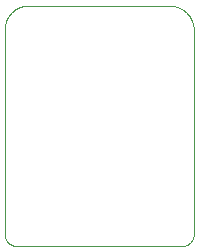
<source format=gko>
G75*
%MOIN*%
%OFA0B0*%
%FSLAX25Y25*%
%IPPOS*%
%LPD*%
%AMOC8*
5,1,8,0,0,1.08239X$1,22.5*
%
%ADD10C,0.00000*%
D10*
X0166472Y0050921D02*
X0166472Y0119228D01*
X0166474Y0119418D01*
X0166481Y0119608D01*
X0166493Y0119798D01*
X0166509Y0119988D01*
X0166529Y0120177D01*
X0166555Y0120366D01*
X0166584Y0120554D01*
X0166619Y0120741D01*
X0166658Y0120927D01*
X0166701Y0121112D01*
X0166749Y0121297D01*
X0166801Y0121480D01*
X0166857Y0121661D01*
X0166918Y0121841D01*
X0166984Y0122020D01*
X0167053Y0122197D01*
X0167127Y0122373D01*
X0167205Y0122546D01*
X0167288Y0122718D01*
X0167374Y0122887D01*
X0167464Y0123055D01*
X0167559Y0123220D01*
X0167657Y0123383D01*
X0167760Y0123543D01*
X0167866Y0123701D01*
X0167976Y0123856D01*
X0168089Y0124009D01*
X0168207Y0124159D01*
X0168328Y0124305D01*
X0168452Y0124449D01*
X0168580Y0124590D01*
X0168711Y0124728D01*
X0168846Y0124863D01*
X0168984Y0124994D01*
X0169125Y0125122D01*
X0169269Y0125246D01*
X0169415Y0125367D01*
X0169565Y0125485D01*
X0169718Y0125598D01*
X0169873Y0125708D01*
X0170031Y0125814D01*
X0170191Y0125917D01*
X0170354Y0126015D01*
X0170519Y0126110D01*
X0170687Y0126200D01*
X0170856Y0126286D01*
X0171028Y0126369D01*
X0171201Y0126447D01*
X0171377Y0126521D01*
X0171554Y0126590D01*
X0171733Y0126656D01*
X0171913Y0126717D01*
X0172094Y0126773D01*
X0172277Y0126825D01*
X0172462Y0126873D01*
X0172647Y0126916D01*
X0172833Y0126955D01*
X0173020Y0126990D01*
X0173208Y0127019D01*
X0173397Y0127045D01*
X0173586Y0127065D01*
X0173776Y0127081D01*
X0173966Y0127093D01*
X0174156Y0127100D01*
X0174346Y0127102D01*
X0221000Y0127102D01*
X0221000Y0127103D02*
X0221197Y0127107D01*
X0221395Y0127107D01*
X0221592Y0127103D01*
X0221790Y0127093D01*
X0221987Y0127079D01*
X0222183Y0127060D01*
X0222379Y0127036D01*
X0222575Y0127007D01*
X0222770Y0126974D01*
X0222963Y0126936D01*
X0223156Y0126893D01*
X0223348Y0126846D01*
X0223539Y0126794D01*
X0223728Y0126738D01*
X0223916Y0126676D01*
X0224102Y0126611D01*
X0224287Y0126541D01*
X0224470Y0126466D01*
X0224651Y0126387D01*
X0224830Y0126304D01*
X0225007Y0126217D01*
X0225182Y0126125D01*
X0225355Y0126029D01*
X0225525Y0125929D01*
X0225693Y0125824D01*
X0225858Y0125716D01*
X0226021Y0125604D01*
X0226180Y0125488D01*
X0226337Y0125368D01*
X0226491Y0125244D01*
X0226642Y0125116D01*
X0226790Y0124985D01*
X0226935Y0124851D01*
X0227076Y0124713D01*
X0227214Y0124572D01*
X0227349Y0124427D01*
X0227480Y0124279D01*
X0227607Y0124128D01*
X0227731Y0123974D01*
X0227851Y0123817D01*
X0227967Y0123657D01*
X0228079Y0123494D01*
X0228187Y0123329D01*
X0228292Y0123161D01*
X0228392Y0122991D01*
X0228488Y0122818D01*
X0228579Y0122643D01*
X0228667Y0122466D01*
X0228750Y0122287D01*
X0228829Y0122106D01*
X0228904Y0121923D01*
X0228974Y0121738D01*
X0229039Y0121552D01*
X0229100Y0121364D01*
X0229157Y0121175D01*
X0229208Y0120984D01*
X0229256Y0120792D01*
X0229298Y0120599D01*
X0229336Y0120406D01*
X0229370Y0120211D01*
X0229398Y0120015D01*
X0229422Y0119819D01*
X0229441Y0119623D01*
X0229455Y0119426D01*
X0229465Y0119228D01*
X0229465Y0050921D01*
X0229463Y0050797D01*
X0229457Y0050674D01*
X0229448Y0050550D01*
X0229434Y0050428D01*
X0229417Y0050305D01*
X0229395Y0050183D01*
X0229370Y0050062D01*
X0229341Y0049942D01*
X0229309Y0049823D01*
X0229272Y0049704D01*
X0229232Y0049587D01*
X0229189Y0049472D01*
X0229141Y0049357D01*
X0229090Y0049245D01*
X0229036Y0049134D01*
X0228978Y0049024D01*
X0228917Y0048917D01*
X0228852Y0048811D01*
X0228784Y0048708D01*
X0228713Y0048607D01*
X0228639Y0048508D01*
X0228562Y0048411D01*
X0228481Y0048317D01*
X0228398Y0048226D01*
X0228312Y0048137D01*
X0228223Y0048051D01*
X0228132Y0047968D01*
X0228038Y0047887D01*
X0227941Y0047810D01*
X0227842Y0047736D01*
X0227741Y0047665D01*
X0227638Y0047597D01*
X0227532Y0047532D01*
X0227425Y0047471D01*
X0227315Y0047413D01*
X0227204Y0047359D01*
X0227092Y0047308D01*
X0226977Y0047260D01*
X0226862Y0047217D01*
X0226745Y0047177D01*
X0226626Y0047140D01*
X0226507Y0047108D01*
X0226387Y0047079D01*
X0226266Y0047054D01*
X0226144Y0047032D01*
X0226021Y0047015D01*
X0225899Y0047001D01*
X0225775Y0046992D01*
X0225652Y0046986D01*
X0225528Y0046984D01*
X0170409Y0046984D01*
X0170285Y0046986D01*
X0170162Y0046992D01*
X0170038Y0047001D01*
X0169916Y0047015D01*
X0169793Y0047032D01*
X0169671Y0047054D01*
X0169550Y0047079D01*
X0169430Y0047108D01*
X0169311Y0047140D01*
X0169192Y0047177D01*
X0169075Y0047217D01*
X0168960Y0047260D01*
X0168845Y0047308D01*
X0168733Y0047359D01*
X0168622Y0047413D01*
X0168512Y0047471D01*
X0168405Y0047532D01*
X0168299Y0047597D01*
X0168196Y0047665D01*
X0168095Y0047736D01*
X0167996Y0047810D01*
X0167899Y0047887D01*
X0167805Y0047968D01*
X0167714Y0048051D01*
X0167625Y0048137D01*
X0167539Y0048226D01*
X0167456Y0048317D01*
X0167375Y0048411D01*
X0167298Y0048508D01*
X0167224Y0048607D01*
X0167153Y0048708D01*
X0167085Y0048811D01*
X0167020Y0048917D01*
X0166959Y0049024D01*
X0166901Y0049134D01*
X0166847Y0049245D01*
X0166796Y0049357D01*
X0166748Y0049472D01*
X0166705Y0049587D01*
X0166665Y0049704D01*
X0166628Y0049823D01*
X0166596Y0049942D01*
X0166567Y0050062D01*
X0166542Y0050183D01*
X0166520Y0050305D01*
X0166503Y0050428D01*
X0166489Y0050550D01*
X0166480Y0050674D01*
X0166474Y0050797D01*
X0166472Y0050921D01*
M02*

</source>
